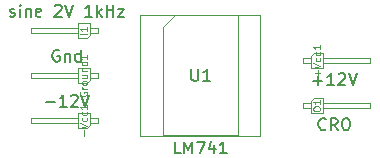
<source format=gbr>
G04 #@! TF.FileFunction,Other,Fab,Top*
%FSLAX46Y46*%
G04 Gerber Fmt 4.6, Leading zero omitted, Abs format (unit mm)*
G04 Created by KiCad (PCBNEW 4.0.7) date 01/25/19 00:02:05*
%MOMM*%
%LPD*%
G01*
G04 APERTURE LIST*
%ADD10C,0.100000*%
%ADD11C,0.150000*%
%ADD12C,0.090000*%
G04 APERTURE END LIST*
D10*
X159500000Y-93345000D02*
X160250000Y-93345000D01*
X160250000Y-93345000D02*
X160250000Y-94615000D01*
X160250000Y-94615000D02*
X159250000Y-94615000D01*
X159250000Y-94615000D02*
X159250000Y-93595000D01*
X159250000Y-93595000D02*
X159500000Y-93345000D01*
X158550000Y-93780000D02*
X159250000Y-93780000D01*
X158550000Y-93780000D02*
X158550000Y-94180000D01*
X158550000Y-94180000D02*
X159250000Y-94180000D01*
X160250000Y-93780000D02*
X164250000Y-93780000D01*
X164250000Y-93780000D02*
X164250000Y-94180000D01*
X160250000Y-94180000D02*
X164250000Y-94180000D01*
X140220000Y-99695000D02*
X139470000Y-99695000D01*
X139470000Y-99695000D02*
X139470000Y-98425000D01*
X139470000Y-98425000D02*
X140470000Y-98425000D01*
X140470000Y-98425000D02*
X140470000Y-99445000D01*
X140470000Y-99445000D02*
X140220000Y-99695000D01*
X141170000Y-99260000D02*
X140470000Y-99260000D01*
X141170000Y-99260000D02*
X141170000Y-98860000D01*
X141170000Y-98860000D02*
X140470000Y-98860000D01*
X139470000Y-99260000D02*
X135470000Y-99260000D01*
X135470000Y-99260000D02*
X135470000Y-98860000D01*
X139470000Y-98860000D02*
X135470000Y-98860000D01*
X140220000Y-95885000D02*
X139470000Y-95885000D01*
X139470000Y-95885000D02*
X139470000Y-94615000D01*
X139470000Y-94615000D02*
X140470000Y-94615000D01*
X140470000Y-94615000D02*
X140470000Y-95635000D01*
X140470000Y-95635000D02*
X140220000Y-95885000D01*
X141170000Y-95450000D02*
X140470000Y-95450000D01*
X141170000Y-95450000D02*
X141170000Y-95050000D01*
X141170000Y-95050000D02*
X140470000Y-95050000D01*
X139470000Y-95450000D02*
X135470000Y-95450000D01*
X135470000Y-95450000D02*
X135470000Y-95050000D01*
X139470000Y-95050000D02*
X135470000Y-95050000D01*
X140220000Y-92075000D02*
X139470000Y-92075000D01*
X139470000Y-92075000D02*
X139470000Y-90805000D01*
X139470000Y-90805000D02*
X140470000Y-90805000D01*
X140470000Y-90805000D02*
X140470000Y-91825000D01*
X140470000Y-91825000D02*
X140220000Y-92075000D01*
X141170000Y-91640000D02*
X140470000Y-91640000D01*
X141170000Y-91640000D02*
X141170000Y-91240000D01*
X141170000Y-91240000D02*
X140470000Y-91240000D01*
X139470000Y-91640000D02*
X135470000Y-91640000D01*
X135470000Y-91640000D02*
X135470000Y-91240000D01*
X139470000Y-91240000D02*
X135470000Y-91240000D01*
X159500000Y-97155000D02*
X160250000Y-97155000D01*
X160250000Y-97155000D02*
X160250000Y-98425000D01*
X160250000Y-98425000D02*
X159250000Y-98425000D01*
X159250000Y-98425000D02*
X159250000Y-97405000D01*
X159250000Y-97405000D02*
X159500000Y-97155000D01*
X158550000Y-97590000D02*
X159250000Y-97590000D01*
X158550000Y-97590000D02*
X158550000Y-97990000D01*
X158550000Y-97990000D02*
X159250000Y-97990000D01*
X160250000Y-97590000D02*
X164250000Y-97590000D01*
X164250000Y-97590000D02*
X164250000Y-97990000D01*
X160250000Y-97990000D02*
X164250000Y-97990000D01*
X147685000Y-90170000D02*
X153035000Y-90170000D01*
X153035000Y-90170000D02*
X153035000Y-100330000D01*
X153035000Y-100330000D02*
X146685000Y-100330000D01*
X146685000Y-100330000D02*
X146685000Y-91170000D01*
X146685000Y-91170000D02*
X147685000Y-90170000D01*
X144780000Y-90110000D02*
X144780000Y-100390000D01*
X144780000Y-100390000D02*
X154940000Y-100390000D01*
X154940000Y-100390000D02*
X154940000Y-90110000D01*
X154940000Y-90110000D02*
X144780000Y-90110000D01*
D11*
X159420595Y-95686429D02*
X160182500Y-95686429D01*
X159801548Y-96067381D02*
X159801548Y-95305476D01*
X161182500Y-96067381D02*
X160611071Y-96067381D01*
X160896785Y-96067381D02*
X160896785Y-95067381D01*
X160801547Y-95210238D01*
X160706309Y-95305476D01*
X160611071Y-95353095D01*
X161563452Y-95162619D02*
X161611071Y-95115000D01*
X161706309Y-95067381D01*
X161944405Y-95067381D01*
X162039643Y-95115000D01*
X162087262Y-95162619D01*
X162134881Y-95257857D01*
X162134881Y-95353095D01*
X162087262Y-95495952D01*
X161515833Y-96067381D01*
X162134881Y-96067381D01*
X162420595Y-95067381D02*
X162753928Y-96067381D01*
X163087262Y-95067381D01*
D12*
X159792857Y-95265715D02*
X159792857Y-94808572D01*
X160021429Y-95037143D02*
X159564286Y-95037143D01*
X159421429Y-94608572D02*
X160021429Y-94408572D01*
X159421429Y-94208572D01*
X159992857Y-93751429D02*
X160021429Y-93808572D01*
X160021429Y-93922858D01*
X159992857Y-93980000D01*
X159964286Y-94008572D01*
X159907143Y-94037143D01*
X159735714Y-94037143D01*
X159678571Y-94008572D01*
X159650000Y-93980000D01*
X159621429Y-93922858D01*
X159621429Y-93808572D01*
X159650000Y-93751429D01*
X159992857Y-93237143D02*
X160021429Y-93294286D01*
X160021429Y-93408572D01*
X159992857Y-93465714D01*
X159964286Y-93494286D01*
X159907143Y-93522857D01*
X159735714Y-93522857D01*
X159678571Y-93494286D01*
X159650000Y-93465714D01*
X159621429Y-93408572D01*
X159621429Y-93294286D01*
X159650000Y-93237143D01*
X160021429Y-92665714D02*
X160021429Y-93008571D01*
X160021429Y-92837143D02*
X159421429Y-92837143D01*
X159507143Y-92894286D01*
X159564286Y-92951428D01*
X159592857Y-93008571D01*
D11*
X136775595Y-97496429D02*
X137537500Y-97496429D01*
X138537500Y-97877381D02*
X137966071Y-97877381D01*
X138251785Y-97877381D02*
X138251785Y-96877381D01*
X138156547Y-97020238D01*
X138061309Y-97115476D01*
X137966071Y-97163095D01*
X138918452Y-96972619D02*
X138966071Y-96925000D01*
X139061309Y-96877381D01*
X139299405Y-96877381D01*
X139394643Y-96925000D01*
X139442262Y-96972619D01*
X139489881Y-97067857D01*
X139489881Y-97163095D01*
X139442262Y-97305952D01*
X138870833Y-97877381D01*
X139489881Y-97877381D01*
X139775595Y-96877381D02*
X140108928Y-97877381D01*
X140442262Y-96877381D01*
D12*
X140012857Y-100345715D02*
X140012857Y-99888572D01*
X139641429Y-99688572D02*
X140241429Y-99488572D01*
X139641429Y-99288572D01*
X140212857Y-98831429D02*
X140241429Y-98888572D01*
X140241429Y-99002858D01*
X140212857Y-99060000D01*
X140184286Y-99088572D01*
X140127143Y-99117143D01*
X139955714Y-99117143D01*
X139898571Y-99088572D01*
X139870000Y-99060000D01*
X139841429Y-99002858D01*
X139841429Y-98888572D01*
X139870000Y-98831429D01*
X140212857Y-98317143D02*
X140241429Y-98374286D01*
X140241429Y-98488572D01*
X140212857Y-98545714D01*
X140184286Y-98574286D01*
X140127143Y-98602857D01*
X139955714Y-98602857D01*
X139898571Y-98574286D01*
X139870000Y-98545714D01*
X139841429Y-98488572D01*
X139841429Y-98374286D01*
X139870000Y-98317143D01*
X140241429Y-97745714D02*
X140241429Y-98088571D01*
X140241429Y-97917143D02*
X139641429Y-97917143D01*
X139727143Y-97974286D01*
X139784286Y-98031428D01*
X139812857Y-98088571D01*
D11*
X137894643Y-93115000D02*
X137799405Y-93067381D01*
X137656548Y-93067381D01*
X137513690Y-93115000D01*
X137418452Y-93210238D01*
X137370833Y-93305476D01*
X137323214Y-93495952D01*
X137323214Y-93638810D01*
X137370833Y-93829286D01*
X137418452Y-93924524D01*
X137513690Y-94019762D01*
X137656548Y-94067381D01*
X137751786Y-94067381D01*
X137894643Y-94019762D01*
X137942262Y-93972143D01*
X137942262Y-93638810D01*
X137751786Y-93638810D01*
X138370833Y-93400714D02*
X138370833Y-94067381D01*
X138370833Y-93495952D02*
X138418452Y-93448333D01*
X138513690Y-93400714D01*
X138656548Y-93400714D01*
X138751786Y-93448333D01*
X138799405Y-93543571D01*
X138799405Y-94067381D01*
X139704167Y-94067381D02*
X139704167Y-93067381D01*
X139704167Y-94019762D02*
X139608929Y-94067381D01*
X139418452Y-94067381D01*
X139323214Y-94019762D01*
X139275595Y-93972143D01*
X139227976Y-93876905D01*
X139227976Y-93591190D01*
X139275595Y-93495952D01*
X139323214Y-93448333D01*
X139418452Y-93400714D01*
X139608929Y-93400714D01*
X139704167Y-93448333D01*
D12*
X139670000Y-96650000D02*
X139641429Y-96707143D01*
X139641429Y-96792857D01*
X139670000Y-96878572D01*
X139727143Y-96935714D01*
X139784286Y-96964286D01*
X139898571Y-96992857D01*
X139984286Y-96992857D01*
X140098571Y-96964286D01*
X140155714Y-96935714D01*
X140212857Y-96878572D01*
X140241429Y-96792857D01*
X140241429Y-96735714D01*
X140212857Y-96650000D01*
X140184286Y-96621429D01*
X139984286Y-96621429D01*
X139984286Y-96735714D01*
X140241429Y-96364286D02*
X139841429Y-96364286D01*
X139955714Y-96364286D02*
X139898571Y-96335714D01*
X139870000Y-96307143D01*
X139841429Y-96250000D01*
X139841429Y-96192857D01*
X140241429Y-95907143D02*
X140212857Y-95964285D01*
X140184286Y-95992857D01*
X140127143Y-96021428D01*
X139955714Y-96021428D01*
X139898571Y-95992857D01*
X139870000Y-95964285D01*
X139841429Y-95907143D01*
X139841429Y-95821428D01*
X139870000Y-95764285D01*
X139898571Y-95735714D01*
X139955714Y-95707143D01*
X140127143Y-95707143D01*
X140184286Y-95735714D01*
X140212857Y-95764285D01*
X140241429Y-95821428D01*
X140241429Y-95907143D01*
X139841429Y-95192857D02*
X140241429Y-95192857D01*
X139841429Y-95450000D02*
X140155714Y-95450000D01*
X140212857Y-95421428D01*
X140241429Y-95364286D01*
X140241429Y-95278571D01*
X140212857Y-95221428D01*
X140184286Y-95192857D01*
X139841429Y-94907143D02*
X140241429Y-94907143D01*
X139898571Y-94907143D02*
X139870000Y-94878571D01*
X139841429Y-94821429D01*
X139841429Y-94735714D01*
X139870000Y-94678571D01*
X139927143Y-94650000D01*
X140241429Y-94650000D01*
X140241429Y-94107143D02*
X139641429Y-94107143D01*
X140212857Y-94107143D02*
X140241429Y-94164286D01*
X140241429Y-94278572D01*
X140212857Y-94335714D01*
X140184286Y-94364286D01*
X140127143Y-94392857D01*
X139955714Y-94392857D01*
X139898571Y-94364286D01*
X139870000Y-94335714D01*
X139841429Y-94278572D01*
X139841429Y-94164286D01*
X139870000Y-94107143D01*
X140241429Y-93507143D02*
X140241429Y-93850000D01*
X140241429Y-93678572D02*
X139641429Y-93678572D01*
X139727143Y-93735715D01*
X139784286Y-93792857D01*
X139812857Y-93850000D01*
D11*
X133727976Y-90209762D02*
X133823214Y-90257381D01*
X134013690Y-90257381D01*
X134108929Y-90209762D01*
X134156548Y-90114524D01*
X134156548Y-90066905D01*
X134108929Y-89971667D01*
X134013690Y-89924048D01*
X133870833Y-89924048D01*
X133775595Y-89876429D01*
X133727976Y-89781190D01*
X133727976Y-89733571D01*
X133775595Y-89638333D01*
X133870833Y-89590714D01*
X134013690Y-89590714D01*
X134108929Y-89638333D01*
X134585119Y-90257381D02*
X134585119Y-89590714D01*
X134585119Y-89257381D02*
X134537500Y-89305000D01*
X134585119Y-89352619D01*
X134632738Y-89305000D01*
X134585119Y-89257381D01*
X134585119Y-89352619D01*
X135061309Y-89590714D02*
X135061309Y-90257381D01*
X135061309Y-89685952D02*
X135108928Y-89638333D01*
X135204166Y-89590714D01*
X135347024Y-89590714D01*
X135442262Y-89638333D01*
X135489881Y-89733571D01*
X135489881Y-90257381D01*
X136347024Y-90209762D02*
X136251786Y-90257381D01*
X136061309Y-90257381D01*
X135966071Y-90209762D01*
X135918452Y-90114524D01*
X135918452Y-89733571D01*
X135966071Y-89638333D01*
X136061309Y-89590714D01*
X136251786Y-89590714D01*
X136347024Y-89638333D01*
X136394643Y-89733571D01*
X136394643Y-89828810D01*
X135918452Y-89924048D01*
X137537500Y-89352619D02*
X137585119Y-89305000D01*
X137680357Y-89257381D01*
X137918453Y-89257381D01*
X138013691Y-89305000D01*
X138061310Y-89352619D01*
X138108929Y-89447857D01*
X138108929Y-89543095D01*
X138061310Y-89685952D01*
X137489881Y-90257381D01*
X138108929Y-90257381D01*
X138394643Y-89257381D02*
X138727976Y-90257381D01*
X139061310Y-89257381D01*
X140680358Y-90257381D02*
X140108929Y-90257381D01*
X140394643Y-90257381D02*
X140394643Y-89257381D01*
X140299405Y-89400238D01*
X140204167Y-89495476D01*
X140108929Y-89543095D01*
X141108929Y-90257381D02*
X141108929Y-89257381D01*
X141204167Y-89876429D02*
X141489882Y-90257381D01*
X141489882Y-89590714D02*
X141108929Y-89971667D01*
X141918453Y-90257381D02*
X141918453Y-89257381D01*
X141918453Y-89733571D02*
X142489882Y-89733571D01*
X142489882Y-90257381D02*
X142489882Y-89257381D01*
X142870834Y-89590714D02*
X143394644Y-89590714D01*
X142870834Y-90257381D01*
X143394644Y-90257381D01*
D12*
X140241429Y-91725714D02*
X139641429Y-91725714D01*
X140241429Y-91125714D02*
X140241429Y-91468571D01*
X140241429Y-91297143D02*
X139641429Y-91297143D01*
X139727143Y-91354286D01*
X139784286Y-91411428D01*
X139812857Y-91468571D01*
D11*
X160468215Y-99782143D02*
X160420596Y-99829762D01*
X160277739Y-99877381D01*
X160182501Y-99877381D01*
X160039643Y-99829762D01*
X159944405Y-99734524D01*
X159896786Y-99639286D01*
X159849167Y-99448810D01*
X159849167Y-99305952D01*
X159896786Y-99115476D01*
X159944405Y-99020238D01*
X160039643Y-98925000D01*
X160182501Y-98877381D01*
X160277739Y-98877381D01*
X160420596Y-98925000D01*
X160468215Y-98972619D01*
X161468215Y-99877381D02*
X161134881Y-99401190D01*
X160896786Y-99877381D02*
X160896786Y-98877381D01*
X161277739Y-98877381D01*
X161372977Y-98925000D01*
X161420596Y-98972619D01*
X161468215Y-99067857D01*
X161468215Y-99210714D01*
X161420596Y-99305952D01*
X161372977Y-99353571D01*
X161277739Y-99401190D01*
X160896786Y-99401190D01*
X162087262Y-98877381D02*
X162277739Y-98877381D01*
X162372977Y-98925000D01*
X162468215Y-99020238D01*
X162515834Y-99210714D01*
X162515834Y-99544048D01*
X162468215Y-99734524D01*
X162372977Y-99829762D01*
X162277739Y-99877381D01*
X162087262Y-99877381D01*
X161992024Y-99829762D01*
X161896786Y-99734524D01*
X161849167Y-99544048D01*
X161849167Y-99210714D01*
X161896786Y-99020238D01*
X161992024Y-98925000D01*
X162087262Y-98877381D01*
D12*
X159421429Y-98132857D02*
X159421429Y-98018571D01*
X159450000Y-97961429D01*
X159507143Y-97904286D01*
X159621429Y-97875714D01*
X159821429Y-97875714D01*
X159935714Y-97904286D01*
X159992857Y-97961429D01*
X160021429Y-98018571D01*
X160021429Y-98132857D01*
X159992857Y-98190000D01*
X159935714Y-98247143D01*
X159821429Y-98275714D01*
X159621429Y-98275714D01*
X159507143Y-98247143D01*
X159450000Y-98190000D01*
X159421429Y-98132857D01*
X160021429Y-97304286D02*
X160021429Y-97647143D01*
X160021429Y-97475715D02*
X159421429Y-97475715D01*
X159507143Y-97532858D01*
X159564286Y-97590000D01*
X159592857Y-97647143D01*
D11*
X148169524Y-101842381D02*
X147693333Y-101842381D01*
X147693333Y-100842381D01*
X148502857Y-101842381D02*
X148502857Y-100842381D01*
X148836191Y-101556667D01*
X149169524Y-100842381D01*
X149169524Y-101842381D01*
X149550476Y-100842381D02*
X150217143Y-100842381D01*
X149788571Y-101842381D01*
X151026667Y-101175714D02*
X151026667Y-101842381D01*
X150788571Y-100794762D02*
X150550476Y-101509048D01*
X151169524Y-101509048D01*
X152074286Y-101842381D02*
X151502857Y-101842381D01*
X151788571Y-101842381D02*
X151788571Y-100842381D01*
X151693333Y-100985238D01*
X151598095Y-101080476D01*
X151502857Y-101128095D01*
X149098095Y-94702381D02*
X149098095Y-95511905D01*
X149145714Y-95607143D01*
X149193333Y-95654762D01*
X149288571Y-95702381D01*
X149479048Y-95702381D01*
X149574286Y-95654762D01*
X149621905Y-95607143D01*
X149669524Y-95511905D01*
X149669524Y-94702381D01*
X150669524Y-95702381D02*
X150098095Y-95702381D01*
X150383809Y-95702381D02*
X150383809Y-94702381D01*
X150288571Y-94845238D01*
X150193333Y-94940476D01*
X150098095Y-94988095D01*
M02*

</source>
